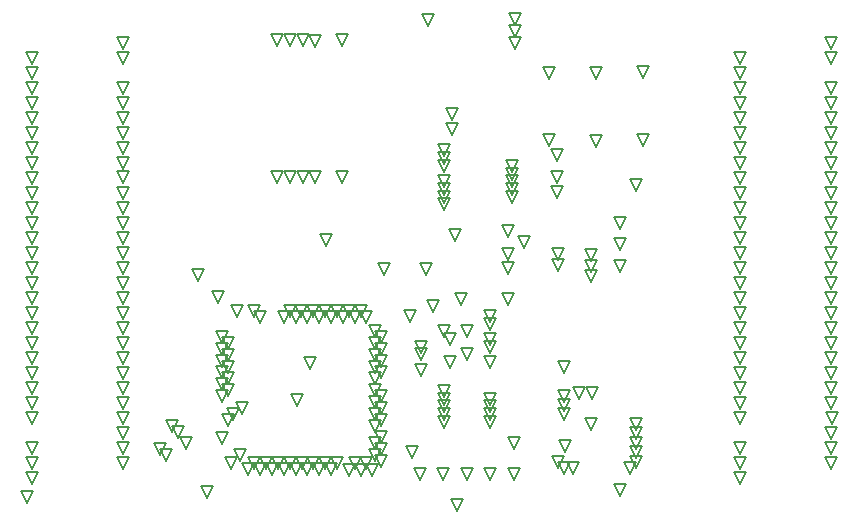
<source format=gbr>
%TF.GenerationSoftware,Altium Limited,Altium Designer,20.0.13 (296)*%
G04 Layer_Color=2752767*
%FSLAX26Y26*%
%MOIN*%
%TF.FileFunction,Drawing*%
%TF.Part,Single*%
G01*
G75*
%TA.AperFunction,NonConductor*%
%ADD93C,0.005000*%
D93*
X2066929Y326457D02*
X2046929Y366457D01*
X2086929D01*
X2066929Y326457D01*
X2021653Y149291D02*
X2001653Y189291D01*
X2041653D01*
X2021653Y149291D01*
X1169291Y424882D02*
X1149291Y464882D01*
X1189291D01*
X1169291Y424882D01*
X1127953Y302835D02*
X1107953Y342835D01*
X1147953D01*
X1127953Y302835D01*
X1145473Y1500472D02*
X1125473Y1540472D01*
X1165473D01*
X1145473Y1500472D01*
X1275394D02*
X1255394Y1540472D01*
X1295394D01*
X1275394Y1500472D01*
X1187992Y1499685D02*
X1167992Y1539685D01*
X1207992D01*
X1187992Y1499685D01*
X1102165Y1500472D02*
X1082165Y1540472D01*
X1122165D01*
X1102165Y1500472D01*
X1058858D02*
X1038858Y1540472D01*
X1078858D01*
X1058858Y1500472D01*
X1853937Y1492402D02*
X1833937Y1532402D01*
X1873937D01*
X1853937Y1492402D01*
Y1532067D02*
X1833937Y1572067D01*
X1873937D01*
X1853937Y1532067D01*
X1965748Y1391614D02*
X1945748Y1431614D01*
X1985748D01*
X1965748Y1391614D01*
X1853937Y1571732D02*
X1833937Y1611732D01*
X1873937D01*
X1853937Y1571732D01*
X2281496Y1395355D02*
X2261496Y1435355D01*
X2301496D01*
X2281496Y1395355D01*
X2123228Y1391614D02*
X2103228Y1431614D01*
X2143228D01*
X2123228Y1391614D01*
X545276Y892402D02*
X525276Y932402D01*
X565276D01*
X545276Y892402D01*
X1844488Y1055787D02*
X1824488Y1095787D01*
X1864488D01*
X1844488Y1055787D01*
X227362Y-22953D02*
X207362Y17047D01*
X247362D01*
X227362Y-22953D01*
X825787Y-4252D02*
X805787Y35748D01*
X845787D01*
X825787Y-4252D01*
X937008Y116811D02*
X917008Y156811D01*
X957008D01*
X937008Y116811D01*
X1418307Y736890D02*
X1398307Y776890D01*
X1438307D01*
X1418307Y736890D01*
X1224409Y833346D02*
X1204409Y873346D01*
X1244409D01*
X1224409Y833346D01*
X863189Y646339D02*
X843189Y686339D01*
X883189D01*
X863189Y646339D01*
X797244Y718189D02*
X777244Y758189D01*
X817244D01*
X797244Y718189D01*
X2105118Y785118D02*
X2085118Y825118D01*
X2125118D01*
X2105118Y785118D01*
X1358268Y578465D02*
X1338268Y618465D01*
X1378268D01*
X1358268Y578465D01*
X1557087Y738465D02*
X1537087Y778465D01*
X1577087D01*
X1557087Y738465D01*
X1659449Y-47559D02*
X1639449Y-7559D01*
X1679449D01*
X1659449Y-47559D01*
X1692913Y54567D02*
X1672913Y94567D01*
X1712913D01*
X1692913Y54567D01*
X1541339Y479016D02*
X1521339Y519016D01*
X1561339D01*
X1541339Y479016D01*
Y453425D02*
X1521339Y493425D01*
X1561339D01*
X1541339Y453425D01*
Y402244D02*
X1521339Y442244D01*
X1561339D01*
X1541339Y402244D01*
X1578740Y614252D02*
X1558740Y654252D01*
X1598740D01*
X1578740Y614252D01*
X1058858Y1045000D02*
X1038858Y1085000D01*
X1078858D01*
X1058858Y1045000D01*
X1187992Y1045787D02*
X1167992Y1085787D01*
X1207992D01*
X1187992Y1045787D01*
X1275394Y1045000D02*
X1255394Y1085000D01*
X1295394D01*
X1275394Y1045000D01*
X1145473D02*
X1125473Y1085000D01*
X1165473D01*
X1145473Y1045000D01*
X1102166D02*
X1082166Y1085000D01*
X1122166D01*
X1102166Y1045000D01*
X1641732Y1204213D02*
X1621732Y1244213D01*
X1661732D01*
X1641732Y1204213D01*
Y1254606D02*
X1621732Y1294606D01*
X1661732D01*
X1641732Y1254606D01*
X2204724Y1654D02*
X2184724Y41654D01*
X2224724D01*
X2204724Y1654D01*
X2236220Y76457D02*
X2216220Y116457D01*
X2256220D01*
X2236220Y76457D01*
X2255905Y96142D02*
X2235905Y136142D01*
X2275905D01*
X2255905Y96142D01*
X2106299Y222126D02*
X2086299Y262126D01*
X2126299D01*
X2106299Y222126D01*
X1769685Y427835D02*
X1749685Y467835D01*
X1789685D01*
X1769685Y427835D01*
Y479016D02*
X1749685Y519016D01*
X1789685D01*
X1769685Y479016D01*
Y504606D02*
X1749685Y544606D01*
X1789685D01*
X1769685Y504606D01*
Y581378D02*
X1749685Y621378D01*
X1789685D01*
X1769685Y581378D01*
Y555787D02*
X1749685Y595787D01*
X1789685D01*
X1769685Y555787D01*
X1828740Y741811D02*
X1808740Y781811D01*
X1848740D01*
X1828740Y741811D01*
X1407717Y176850D02*
X1387717Y216850D01*
X1427717D01*
X1407717Y176850D01*
X1385866Y216220D02*
X1365866Y256221D01*
X1405866D01*
X1385866Y216220D01*
X1407717Y137480D02*
X1387717Y177480D01*
X1427717D01*
X1407717Y137480D01*
X1385866Y255591D02*
X1365866Y295591D01*
X1405866D01*
X1385866Y255591D01*
X1563406Y1567992D02*
X1543406Y1607992D01*
X1583406D01*
X1563406Y1567992D01*
X1844488Y1081378D02*
X1824488Y1121378D01*
X1864488D01*
X1844488Y1081378D01*
X1616142Y1133543D02*
X1596142Y1173543D01*
X1636142D01*
X1616142Y1133543D01*
X1673228Y638858D02*
X1653228Y678858D01*
X1693228D01*
X1673228Y638858D01*
X1653543Y851063D02*
X1633543Y891063D01*
X1673543D01*
X1653543Y851063D01*
X1884252Y827244D02*
X1864252Y867244D01*
X1904252D01*
X1884252Y827244D01*
X1828740Y638858D02*
X1808740Y678858D01*
X1848740D01*
X1828740Y638858D01*
X1504921Y581378D02*
X1484921Y621378D01*
X1524921D01*
X1504921Y581378D01*
X1509842Y126654D02*
X1489842Y166654D01*
X1529842D01*
X1509842Y126654D01*
X1850394Y157461D02*
X1830394Y197461D01*
X1870394D01*
X1850394Y157461D01*
X2110236Y325472D02*
X2090236Y365472D01*
X2130236D01*
X2110236Y325472D01*
X2203740Y891417D02*
X2183740Y931417D01*
X2223740D01*
X2203740Y891417D01*
Y820551D02*
X2183740Y860551D01*
X2223740D01*
X2203740Y820551D01*
Y749685D02*
X2183740Y789685D01*
X2223740D01*
X2203740Y749685D01*
X1996063Y750079D02*
X1976063Y790079D01*
X2016063D01*
X1996063Y750079D01*
Y787480D02*
X1976063Y827480D01*
X2016063D01*
X1996063Y787480D01*
X944882Y275276D02*
X924882Y315276D01*
X964882D01*
X944882Y275276D01*
X905512Y90197D02*
X885512Y130197D01*
X925512D01*
X905512Y90197D01*
X1616142Y530197D02*
X1596142Y570197D01*
X1636142D01*
X1616142Y530197D01*
X1405512Y235905D02*
X1385512Y275906D01*
X1425512D01*
X1405512Y235905D01*
X1850394Y54567D02*
X1830394Y94567D01*
X1870394D01*
X1850394Y54567D01*
X1829134Y789843D02*
X1809134Y829843D01*
X1849134D01*
X1829134Y789843D01*
Y864646D02*
X1809134Y904646D01*
X1849134D01*
X1829134Y864646D01*
X1844488Y979016D02*
X1824488Y1019016D01*
X1864488D01*
X1844488Y979016D01*
Y1004606D02*
X1824488Y1044606D01*
X1864488D01*
X1844488Y1004606D01*
Y1030197D02*
X1824488Y1070197D01*
X1864488D01*
X1844488Y1030197D01*
X2105118Y714252D02*
X2085118Y754252D01*
X2125118D01*
X2105118Y714252D01*
Y749685D02*
X2085118Y789685D01*
X2125118D01*
X2105118Y749685D01*
X1771653Y54567D02*
X1751653Y94567D01*
X1791653D01*
X1771653Y54567D01*
X1614173D02*
X1594173Y94567D01*
X1634173D01*
X1614173Y54567D01*
X1535433D02*
X1515433Y94567D01*
X1555433D01*
X1535433Y54567D01*
X2255905Y190630D02*
X2235905Y230630D01*
X2275905D01*
X2255905Y190630D01*
X2604331Y1092402D02*
X2584331Y1132402D01*
X2624331D01*
X2604331Y1092402D01*
Y1142402D02*
X2584331Y1182402D01*
X2624331D01*
X2604331Y1142402D01*
Y1192402D02*
X2584331Y1232402D01*
X2624331D01*
X2604331Y1192402D01*
X1694882Y453425D02*
X1674882Y493425D01*
X1714882D01*
X1694882Y453425D01*
X545276Y792402D02*
X525276Y832402D01*
X565276D01*
X545276Y792402D01*
X1259843Y598110D02*
X1239843Y638110D01*
X1279843D01*
X1259843Y598110D01*
X545276Y842402D02*
X525276Y882402D01*
X565276D01*
X545276Y842402D01*
X755905Y157165D02*
X735905Y197165D01*
X775905D01*
X755905Y157165D01*
X688976Y117795D02*
X668976Y157795D01*
X708976D01*
X688976Y117795D01*
X669291Y137480D02*
X649291Y177480D01*
X689291D01*
X669291Y137480D01*
X545276Y92402D02*
X525276Y132402D01*
X565276D01*
X545276Y92402D01*
X545248Y242374D02*
X525248Y282374D01*
X565248D01*
X545248Y242374D01*
X545276Y192402D02*
X525276Y232402D01*
X565276D01*
X545276Y192402D01*
Y692402D02*
X525276Y732402D01*
X565276D01*
X545276Y692402D01*
Y742402D02*
X525276Y782402D01*
X565276D01*
X545276Y742402D01*
Y142402D02*
X525276Y182402D01*
X565276D01*
X545276Y142402D01*
X708661Y216220D02*
X688661Y256221D01*
X728661D01*
X708661Y216220D01*
X728346Y196535D02*
X708346Y236535D01*
X748346D01*
X728346Y196535D01*
X242126Y1292402D02*
X222126Y1332402D01*
X262126D01*
X242126Y1292402D01*
X2907480Y1342402D02*
X2887480Y1382402D01*
X2927480D01*
X2907480Y1342402D01*
Y1442402D02*
X2887480Y1482402D01*
X2927480D01*
X2907480Y1442402D01*
X1299213Y598110D02*
X1279213Y638110D01*
X1319213D01*
X1299213Y598110D01*
X1279528Y578465D02*
X1259528Y618465D01*
X1299528D01*
X1279528Y578465D01*
X1385866Y531181D02*
X1365866Y571181D01*
X1405866D01*
X1385866Y531181D01*
X1318898Y578465D02*
X1298898Y618465D01*
X1338898D01*
X1318898Y578465D01*
X1240158D02*
X1220158Y618465D01*
X1260158D01*
X1240158Y578465D01*
X1694882Y530197D02*
X1674882Y570197D01*
X1714882D01*
X1694882Y530197D01*
X1616142Y953425D02*
X1596142Y993425D01*
X1636142D01*
X1616142Y953425D01*
Y979016D02*
X1596142Y1019016D01*
X1636142D01*
X1616142Y979016D01*
Y1004606D02*
X1596142Y1044606D01*
X1636142D01*
X1616142Y1004606D01*
Y1030197D02*
X1596142Y1070197D01*
X1636142D01*
X1616142Y1030197D01*
Y1081378D02*
X1596142Y1121378D01*
X1636142D01*
X1616142Y1081378D01*
Y1106969D02*
X1596142Y1146969D01*
X1636142D01*
X1616142Y1106969D01*
X1635787Y427835D02*
X1615787Y467835D01*
X1655787D01*
X1635787Y427835D01*
Y504606D02*
X1615787Y544606D01*
X1655787D01*
X1635787Y504606D01*
X2015748Y410118D02*
X1995748Y450118D01*
X2035748D01*
X2015748Y410118D01*
X1769685Y254606D02*
X1749685Y294606D01*
X1789685D01*
X1769685Y254606D01*
Y280197D02*
X1749685Y320197D01*
X1789685D01*
X1769685Y280197D01*
Y305787D02*
X1749685Y345787D01*
X1789685D01*
X1769685Y305787D01*
X2015709Y285118D02*
X1995709Y325118D01*
X2035709D01*
X2015709Y285118D01*
X1769685Y229016D02*
X1749685Y269016D01*
X1789685D01*
X1769685Y229016D01*
X1616142D02*
X1596142Y269016D01*
X1636142D01*
X1616142Y229016D01*
Y254606D02*
X1596142Y294606D01*
X1636142D01*
X1616142Y254606D01*
Y280197D02*
X1596142Y320197D01*
X1636142D01*
X1616142Y280197D01*
Y331378D02*
X1596142Y371378D01*
X1636142D01*
X1616142Y331378D01*
Y305787D02*
X1596142Y345787D01*
X1636142D01*
X1616142Y305787D01*
X2604331Y942402D02*
X2584331Y982402D01*
X2624331D01*
X2604331Y942402D01*
Y992402D02*
X2584331Y1032402D01*
X2624331D01*
X2604331Y992402D01*
X2257874Y1017992D02*
X2237874Y1057992D01*
X2277874D01*
X2257874Y1017992D01*
X1994094Y994764D02*
X1974094Y1034764D01*
X2014094D01*
X1994094Y994764D01*
Y1044961D02*
X1974094Y1084961D01*
X2014094D01*
X1994094Y1044961D01*
Y1117992D02*
X1974094Y1157992D01*
X2014094D01*
X1994094Y1117992D01*
X2123770Y1166270D02*
X2103770Y1206270D01*
X2143770D01*
X2123770Y1166270D01*
X1965748Y1166811D02*
X1945748Y1206811D01*
X1985748D01*
X1965748Y1166811D01*
X2281250Y1169222D02*
X2261250Y1209222D01*
X2301250D01*
X2281250Y1169222D01*
X1996063Y96142D02*
X1976063Y136142D01*
X2016063D01*
X1996063Y96142D01*
X2604331Y742402D02*
X2584331Y782402D01*
X2624331D01*
X2604331Y742402D01*
X2015709Y316614D02*
X1995709Y356614D01*
X2035709D01*
X2015709Y316614D01*
Y253622D02*
X1995709Y293622D01*
X2035709D01*
X2015709Y253622D01*
X2255905Y159134D02*
X2235905Y199134D01*
X2275905D01*
X2255905Y159134D01*
Y127638D02*
X2235905Y167638D01*
X2275905D01*
X2255905Y127638D01*
X2604331Y642402D02*
X2584331Y682402D01*
X2624331D01*
X2604331Y642402D01*
Y42402D02*
X2584331Y82402D01*
X2624331D01*
X2604331Y42402D01*
Y92402D02*
X2584331Y132402D01*
X2624331D01*
X2604331Y92402D01*
Y142402D02*
X2584331Y182402D01*
X2624331D01*
X2604331Y142402D01*
X2047244Y76457D02*
X2027244Y116457D01*
X2067244D01*
X2047244Y76457D01*
X2015748D02*
X1995748Y116457D01*
X2035748D01*
X2015748Y76457D01*
X2255905Y222126D02*
X2235905Y262126D01*
X2275905D01*
X2255905Y222126D01*
X2604331Y692402D02*
X2584331Y732402D01*
X2624331D01*
X2604331Y692402D01*
X2907480Y742402D02*
X2887480Y782402D01*
X2927480D01*
X2907480Y742402D01*
Y692402D02*
X2887480Y732402D01*
X2927480D01*
X2907480Y692402D01*
X877953Y432249D02*
X857953Y472249D01*
X897953D01*
X877953Y432249D01*
X242126Y692402D02*
X222126Y732402D01*
X262126D01*
X242126Y692402D01*
X242098Y742374D02*
X222098Y782374D01*
X262098D01*
X242098Y742374D01*
X877953Y472126D02*
X857953Y512126D01*
X897953D01*
X877953Y472126D01*
X925197Y598110D02*
X905197Y638110D01*
X945197D01*
X925197Y598110D01*
X1082677Y70551D02*
X1062677Y110551D01*
X1102677D01*
X1082677Y70551D01*
X1062992Y90197D02*
X1042992Y130197D01*
X1082992D01*
X1062992Y90197D01*
X1043814Y70551D02*
X1023814Y110551D01*
X1063814D01*
X1043814Y70551D01*
X1023622Y90197D02*
X1003622Y130197D01*
X1043622D01*
X1023622Y90197D01*
X1003937Y70551D02*
X983937Y110551D01*
X1023937D01*
X1003937Y70551D01*
X984252Y90197D02*
X964252Y130197D01*
X1004252D01*
X984252Y90197D01*
X964567Y70551D02*
X944567Y110551D01*
X984567D01*
X964567Y70551D01*
X242126Y892402D02*
X222126Y932402D01*
X262126D01*
X242126Y892402D01*
Y942402D02*
X222126Y982402D01*
X262126D01*
X242126Y942402D01*
Y992402D02*
X222126Y1032402D01*
X262126D01*
X242126Y992402D01*
X242126Y1042402D02*
X222126Y1082402D01*
X262126D01*
X242126Y1042402D01*
X242126Y1092402D02*
X222126Y1132402D01*
X262126D01*
X242126Y1092402D01*
Y1142402D02*
X222126Y1182402D01*
X262126D01*
X242126Y1142402D01*
Y1192402D02*
X222126Y1232402D01*
X262126D01*
X242126Y1192402D01*
Y1242402D02*
X222126Y1282402D01*
X262126D01*
X242126Y1242402D01*
X1259843Y90197D02*
X1239843Y130197D01*
X1279843D01*
X1259843Y90197D01*
X1240158Y70551D02*
X1220158Y110551D01*
X1260158D01*
X1240158Y70551D01*
X1220473Y90197D02*
X1200473Y130197D01*
X1240473D01*
X1220473Y90197D01*
X1201294Y70551D02*
X1181294Y110551D01*
X1221294D01*
X1201294Y70551D01*
X1181102Y90197D02*
X1161102Y130197D01*
X1201102D01*
X1181102Y90197D01*
X2604331Y592402D02*
X2584331Y632402D01*
X2624331D01*
X2604331Y592402D01*
Y542402D02*
X2584331Y582402D01*
X2624331D01*
X2604331Y542402D01*
Y392402D02*
X2584331Y432402D01*
X2624331D01*
X2604331Y392402D01*
Y442402D02*
X2584331Y482402D01*
X2624331D01*
X2604331Y442402D01*
Y492402D02*
X2584331Y532402D01*
X2624331D01*
X2604331Y492402D01*
X2907480Y192402D02*
X2887480Y232402D01*
X2927480D01*
X2907480Y192402D01*
X2909449Y242402D02*
X2889449Y282402D01*
X2929449D01*
X2909449Y242402D01*
X2907480Y292402D02*
X2887480Y332402D01*
X2927480D01*
X2907480Y292402D01*
Y342402D02*
X2887480Y382402D01*
X2927480D01*
X2907480Y342402D01*
Y392402D02*
X2887480Y432402D01*
X2927480D01*
X2907480Y392402D01*
Y442402D02*
X2887480Y482402D01*
X2927480D01*
X2907480Y442402D01*
Y492402D02*
X2887480Y532402D01*
X2927480D01*
X2907480Y492402D01*
Y542402D02*
X2887480Y582402D01*
X2927480D01*
X2907480Y542402D01*
X1003937Y578465D02*
X983937Y618465D01*
X1023937D01*
X1003937Y578465D01*
X1385866Y373701D02*
X1365866Y413701D01*
X1405866D01*
X1385866Y373701D01*
X984252Y598110D02*
X964252Y638110D01*
X1004252D01*
X984252Y598110D01*
X1338583D02*
X1318583Y638110D01*
X1358583D01*
X1338583Y598110D01*
X1385866Y117795D02*
X1365866Y157795D01*
X1405866D01*
X1385866Y117795D01*
X1407717Y98110D02*
X1387717Y138110D01*
X1427717D01*
X1407717Y98110D01*
X1385866Y157165D02*
X1365866Y197165D01*
X1405866D01*
X1385866Y157165D01*
Y294961D02*
X1365866Y334961D01*
X1405866D01*
X1385866Y294961D01*
Y334331D02*
X1365866Y374331D01*
X1405866D01*
X1385866Y334331D01*
X1405512Y275782D02*
X1385512Y315782D01*
X1425512D01*
X1405512Y275782D01*
Y314646D02*
X1385512Y354646D01*
X1425512D01*
X1405512Y314646D01*
X897345Y334584D02*
X877345Y374584D01*
X917345D01*
X897345Y334584D01*
X877699Y353762D02*
X857699Y393762D01*
X897699D01*
X877699Y353762D01*
Y314899D02*
X857699Y354899D01*
X897699D01*
X877699Y314899D01*
X877953Y393386D02*
X857953Y433386D01*
X897953D01*
X877953Y393386D01*
Y511496D02*
X857953Y551496D01*
X897953D01*
X877953Y511496D01*
X897598Y373701D02*
X877598Y413701D01*
X917598D01*
X897598Y373701D01*
Y413071D02*
X877598Y453071D01*
X917598D01*
X897598Y413071D01*
Y452441D02*
X877598Y492441D01*
X917598D01*
X897598Y452441D01*
Y491811D02*
X877598Y531811D01*
X917598D01*
X897598Y491811D01*
X877953Y176344D02*
X857953Y216344D01*
X897953D01*
X877953Y176344D01*
X913386Y255590D02*
X893386Y295591D01*
X933386D01*
X913386Y255590D01*
X897638Y235905D02*
X877638Y275905D01*
X917638D01*
X897638Y235905D01*
X1122047Y70551D02*
X1102047Y110551D01*
X1142047D01*
X1122047Y70551D01*
X1141732Y90197D02*
X1121732Y130197D01*
X1161732D01*
X1141732Y90197D01*
X1161417Y70551D02*
X1141417Y110551D01*
X1181417D01*
X1161417Y70551D01*
X1102362Y90197D02*
X1082362Y130197D01*
X1122362D01*
X1102362Y90197D01*
X1405512Y511496D02*
X1385512Y551496D01*
X1425512D01*
X1405512Y511496D01*
Y472633D02*
X1385512Y512633D01*
X1425512D01*
X1405512Y472633D01*
Y393386D02*
X1385512Y433386D01*
X1425512D01*
X1405512Y393386D01*
X1385866Y491811D02*
X1365866Y531811D01*
X1405866D01*
X1385866Y491811D01*
Y452441D02*
X1365866Y492441D01*
X1405866D01*
X1385866Y452441D01*
Y413071D02*
X1365866Y453071D01*
X1405866D01*
X1385866Y413071D01*
X1405512Y432756D02*
X1385512Y472756D01*
X1425512D01*
X1405512Y432756D01*
X1181102Y598110D02*
X1161102Y638110D01*
X1201102D01*
X1181102Y598110D01*
X1200787Y578465D02*
X1180787Y618465D01*
X1220787D01*
X1200787Y578465D01*
X1161417D02*
X1141417Y618465D01*
X1181417D01*
X1161417Y578465D01*
X1122047D02*
X1102047Y618465D01*
X1142047D01*
X1122047Y578465D01*
X1082677D02*
X1062677Y618465D01*
X1102677D01*
X1082677Y578465D01*
X242126Y42402D02*
X222126Y82402D01*
X262126D01*
X242126Y42402D01*
Y92402D02*
X222126Y132402D01*
X262126D01*
X242126Y92402D01*
Y142402D02*
X222126Y182402D01*
X262126D01*
X242126Y142402D01*
X545276Y292402D02*
X525276Y332402D01*
X565276D01*
X545276Y292402D01*
Y342402D02*
X525276Y382402D01*
X565276D01*
X545276Y342402D01*
Y392402D02*
X525276Y432402D01*
X565276D01*
X545276Y392402D01*
Y442402D02*
X525276Y482402D01*
X565276D01*
X545276Y442402D01*
Y492402D02*
X525276Y532402D01*
X565276D01*
X545276Y492402D01*
Y542402D02*
X525276Y582402D01*
X565276D01*
X545276Y542402D01*
Y1142401D02*
X525276Y1182401D01*
X565276D01*
X545276Y1142401D01*
Y1192401D02*
X525276Y1232401D01*
X565276D01*
X545276Y1192401D01*
Y1242401D02*
X525276Y1282401D01*
X565276D01*
X545276Y1242401D01*
X545276Y1292401D02*
X525276Y1332401D01*
X565276D01*
X545276Y1292401D01*
X242126Y242402D02*
X222126Y282402D01*
X262126D01*
X242126Y242402D01*
Y492402D02*
X222126Y532402D01*
X262126D01*
X242126Y492402D01*
X2604331Y292402D02*
X2584331Y332402D01*
X2624331D01*
X2604331Y292402D01*
Y342402D02*
X2584331Y382402D01*
X2624331D01*
X2604331Y342402D01*
Y1342402D02*
X2584331Y1382402D01*
X2624331D01*
X2604331Y1342402D01*
Y1242402D02*
X2584331Y1282402D01*
X2624331D01*
X2604331Y1242402D01*
X2907480Y592402D02*
X2887480Y632402D01*
X2927480D01*
X2907480Y592402D01*
X1220473Y598110D02*
X1200473Y638110D01*
X1240473D01*
X1220473Y598110D01*
X1141226D02*
X1121226Y638110D01*
X1161226D01*
X1141226Y598110D01*
X1102362D02*
X1082362Y638110D01*
X1122362D01*
X1102362Y598110D01*
X1377953Y68346D02*
X1357953Y108346D01*
X1397953D01*
X1377953Y68346D01*
X1338583D02*
X1318583Y108346D01*
X1358583D01*
X1338583Y68346D01*
X1358268Y90197D02*
X1338268Y130197D01*
X1378268D01*
X1358268Y90197D01*
X545276Y1092401D02*
X525276Y1132401D01*
X565276D01*
X545276Y1092401D01*
X546465Y1043590D02*
X526465Y1083590D01*
X566465D01*
X546465Y1043590D01*
X242126Y292402D02*
X222126Y332402D01*
X262126D01*
X242126Y292402D01*
X1318898Y90197D02*
X1298898Y130197D01*
X1338898D01*
X1318898Y90197D01*
X1299213Y68346D02*
X1279213Y108346D01*
X1319213D01*
X1299213Y68346D01*
X545276Y592402D02*
X525276Y632402D01*
X565276D01*
X545276Y592402D01*
Y642402D02*
X525276Y682402D01*
X565276D01*
X545276Y642402D01*
Y942402D02*
X525276Y982402D01*
X565276D01*
X545276Y942402D01*
Y992402D02*
X525276Y1032402D01*
X565276D01*
X545276Y992402D01*
Y1342401D02*
X525276Y1382401D01*
X565276D01*
X545276Y1342401D01*
Y1442402D02*
X525276Y1482402D01*
X565276D01*
X545276Y1442402D01*
Y1492402D02*
X525276Y1532402D01*
X565276D01*
X545276Y1492402D01*
X242126Y1442402D02*
X222126Y1482402D01*
X262126D01*
X242126Y1442402D01*
Y1392402D02*
X222126Y1432402D01*
X262126D01*
X242126Y1392402D01*
Y1342402D02*
X222126Y1382402D01*
X262126D01*
X242126Y1342402D01*
Y842402D02*
X222126Y882402D01*
X262126D01*
X242126Y842402D01*
Y792402D02*
X222126Y832402D01*
X262126D01*
X242126Y792402D01*
Y642402D02*
X222126Y682402D01*
X262126D01*
X242126Y642402D01*
Y592402D02*
X222126Y632402D01*
X262126D01*
X242126Y592402D01*
Y542402D02*
X222126Y582402D01*
X262126D01*
X242126Y542402D01*
Y442402D02*
X222126Y482402D01*
X262126D01*
X242126Y442402D01*
Y392402D02*
X222126Y432402D01*
X262126D01*
X242126Y392402D01*
Y342402D02*
X222126Y382402D01*
X262126D01*
X242126Y342402D01*
X2604331Y242402D02*
X2584331Y282402D01*
X2624331D01*
X2604331Y242402D01*
Y792402D02*
X2584331Y832402D01*
X2624331D01*
X2604331Y792402D01*
Y842402D02*
X2584331Y882402D01*
X2624331D01*
X2604331Y842402D01*
Y892402D02*
X2584331Y932402D01*
X2624331D01*
X2604331Y892402D01*
Y1042402D02*
X2584331Y1082402D01*
X2624331D01*
X2604331Y1042402D01*
Y1292402D02*
X2584331Y1332402D01*
X2624331D01*
X2604331Y1292402D01*
Y1392402D02*
X2584331Y1432402D01*
X2624331D01*
X2604331Y1392402D01*
Y1442402D02*
X2584331Y1482402D01*
X2624331D01*
X2604331Y1442402D01*
X2907480Y1492402D02*
X2887480Y1532402D01*
X2927480D01*
X2907480Y1492402D01*
Y92402D02*
X2887480Y132402D01*
X2927480D01*
X2907480Y92402D01*
Y142402D02*
X2887480Y182402D01*
X2927480D01*
X2907480Y142402D01*
Y642402D02*
X2887480Y682402D01*
X2927480D01*
X2907480Y642402D01*
Y792402D02*
X2887480Y832402D01*
X2927480D01*
X2907480Y792402D01*
Y842402D02*
X2887480Y882402D01*
X2927480D01*
X2907480Y842402D01*
Y892402D02*
X2887480Y932402D01*
X2927480D01*
X2907480Y892402D01*
Y942402D02*
X2887480Y982402D01*
X2927480D01*
X2907480Y942402D01*
Y992402D02*
X2887480Y1032402D01*
X2927480D01*
X2907480Y992402D01*
Y1042402D02*
X2887480Y1082402D01*
X2927480D01*
X2907480Y1042402D01*
Y1092402D02*
X2887480Y1132402D01*
X2927480D01*
X2907480Y1092402D01*
Y1142402D02*
X2887480Y1182402D01*
X2927480D01*
X2907480Y1142402D01*
Y1192402D02*
X2887480Y1232402D01*
X2927480D01*
X2907480Y1192402D01*
Y1242402D02*
X2887480Y1282402D01*
X2927480D01*
X2907480Y1242402D01*
Y1292402D02*
X2887480Y1332402D01*
X2927480D01*
X2907480Y1292402D01*
%TF.MD5,b77e731d43e8034ae10b4f99d114a9bc*%
M02*

</source>
